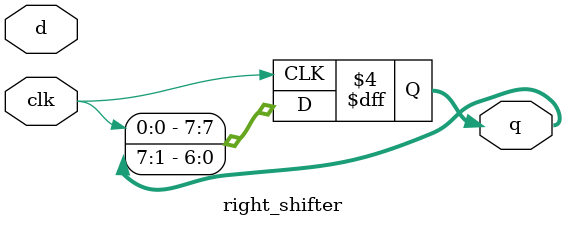
<source format=v>
module right_shifter(clk, q,d);

    input  clk;
    input d;
    output  [7:0] q;
    reg   [7:0]  q;
    initial q = 0;

    always @(posedge clk)
          begin
            q <= (q >> 1);
            q[7] <= clk;
          end  

endmodule
</source>
